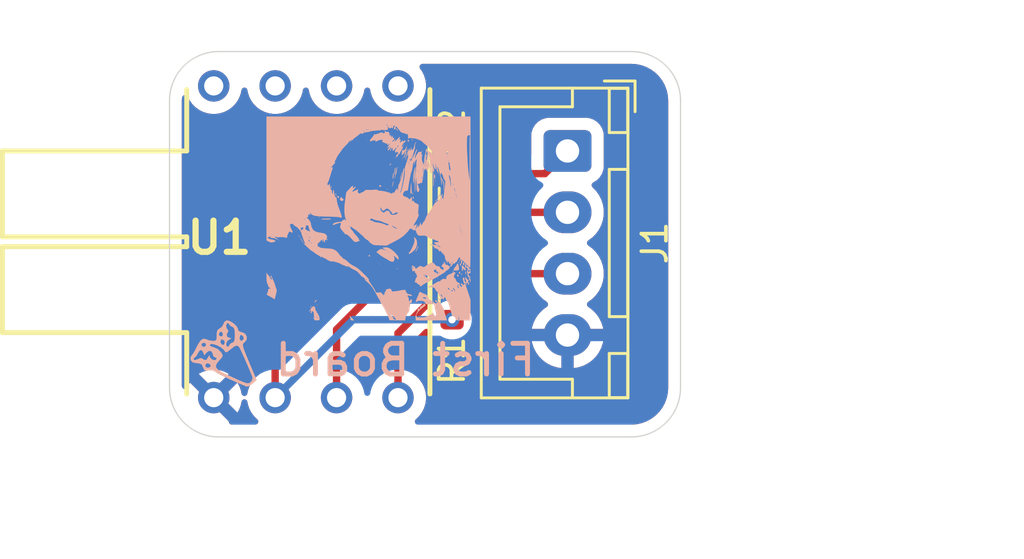
<source format=kicad_pcb>
(kicad_pcb (version 20241229) (generator "pcbnew") (generator_version "9.0")
  (layers (0 "F.Cu" signal) (2 "B.Cu" signal) (13 "F.Paste" user) (15 "B.Paste" user) (5 "F.SilkS" user "F.Silkscreen") (7 "B.SilkS" user "B.Silkscreen") (1 "F.Mask" user) (3 "B.Mask" user) (25 "Edge.Cuts" user))
  (net 0 "")
  (net 1 "/I2C_SDA")
  (net 2 "GND")
  (net 3 "/I2C_SCL")
  (net 8 "+3.3V")
  (footprint "SDM_MiscFootprint:4525DO-DS...P" (layer "F.Cu") (at 100.7 105.8)
    (property "Reference" "U1" (at 1.329 1.785 0) (layer "F.SilkS") (effects (font (size 1.27 1.27) (thickness 0.254))))
    (property "Value" "4525DO-DS5AI001DP" (hide yes))
    (pad "1" thru_hole circle (at 1.1 8.3) (size 1.28 1.28) (drill 0.78) (layers "*.Cu" "*.Mask") (net 2 "GND"))
    (pad "2" thru_hole circle (at 3.6 8.3) (size 1.28 1.28) (drill 0.78) (layers "*.Cu" "*.Mask") (net 8 "+3.3V"))
    (pad "3" thru_hole circle (at 6.1 8.3) (size 1.28 1.28) (drill 0.78) (layers "*.Cu" "*.Mask") (net 1 "/I2C_SDA"))
    (pad "4" thru_hole circle (at 8.6 8.3) (size 1.28 1.28) (drill 0.78) (layers "*.Cu" "*.Mask") (net 3 "/I2C_SCL"))
    (pad "5" thru_hole circle (at 8.6 -4.4) (size 1.28 1.28) (drill 0.78) (layers "*.Cu" "*.Mask"))
    (pad "6" thru_hole circle (at 6.1 -4.4) (size 1.28 1.28) (drill 0.78) (layers "*.Cu" "*.Mask"))
    (pad "7" thru_hole circle (at 3.6 -4.4) (size 1.28 1.28) (drill 0.78) (layers "*.Cu" "*.Mask"))
    (pad "8" thru_hole circle (at 1.1 -4.4) (size 1.28 1.28) (drill 0.78) (layers "*.Cu" "*.Mask"))
  )
  (footprint "Resistor_SMD:R_0603_1608Metric" (layer "F.Cu") (at 111.5 105.8 90)
    (property "Reference" "R2" (at 2.5 0 90) (layer "F.SilkS"))
    (property "Value" "2.2k")
    (pad "1" smd roundrect (at -0.825 0 90) (size 0.8 0.95) (layers "F.Cu" "F.Mask" "F.Paste") (net 1 "/I2C_SDA"))
    (pad "2" smd roundrect (at 0.825 0 90) (size 0.8 0.95) (layers "F.Cu" "F.Mask" "F.Paste") (net 8 "+3.3V"))
  )
  (footprint "Connector_JST:JST_XH_B4B-XH-A_1x04_P2.50mm_Vertical" (layer "F.Cu") (at 116.2 104.05 -90)
    (property "Reference" "J1" (at 3.75 -3.55 90) (layer "F.SilkS"))
    (property "Value" "Conn_01x04_Socket")
    (pad "1" thru_hole roundrect (at 0 0 270) (size 1.7 1.95) (drill 0.95) (layers "*.Cu" "*.Mask") (roundrect_rratio 0.147059) (net 8 "+3.3V"))
    (pad "2" thru_hole oval (at 2.5 0 270) (size 1.7 1.95) (drill 0.95) (layers "*.Cu" "*.Mask") (net 1 "/I2C_SDA"))
    (pad "3" thru_hole oval (at 5 0 270) (size 1.7 1.95) (drill 0.95) (layers "*.Cu" "*.Mask") (net 3 "/I2C_SCL"))
    (pad "4" thru_hole oval (at 7.5 0 270) (size 1.7 1.95) (drill 0.95) (layers "*.Cu" "*.Mask") (net 2 "GND"))
  )
  (footprint "Resistor_SMD:R_0603_1608Metric" (layer "F.Cu") (at 111.5 110.1 -90)
    (property "Reference" "R1" (at 2.5 0 90) (layer "F.SilkS"))
    (property "Value" "2.2k")
    (pad "1" smd roundrect (at -0.825 0 270) (size 0.8 0.95) (layers "F.Cu" "F.Mask" "F.Paste") (net 3 "/I2C_SCL"))
    (pad "2" smd roundrect (at 0.825 0 270) (size 0.8 0.95) (layers "F.Cu" "F.Mask" "F.Paste") (net 8 "+3.3V"))
  )
  (footprint "LOGO" (layer "B.Cu") (at 108.1 106.8 180)
    (property "Reference" "G***" (hide yes))
    (property "Value" "LOGO" (hide yes))
  )
  (footprint "LOGO" (layer "B.Cu") (at 102.267178 113.272155 180)
    (property "Reference" "G***" (hide yes))
    (property "Value" "LOGO" (hide yes))
  )
  (gr_line (start 100 113.7) (end 100 102) (stroke (width 0.05)) (layer "Edge.Cuts"))
  (gr_line (start 102 100) (end 118.8 100) (stroke (width 0.05)) (layer "Edge.Cuts"))
  (gr_arc (start 118.8 100) (mid 120.214214 100.585786) (end 120.8 102) (stroke (width 0.05)) (layer "Edge.Cuts"))
  (gr_arc (start 102 115.7) (mid 100.585786 115.114214) (end 100 113.7) (stroke (width 0.05)) (layer "Edge.Cuts"))
  (gr_arc (start 100 102) (mid 100.585786 100.585786) (end 102 100) (stroke (width 0.05)) (layer "Edge.Cuts"))
  (gr_arc (start 120.8 113.7) (mid 120.214214 115.114214) (end 118.8 115.7) (stroke (width 0.05)) (layer "Edge.Cuts"))
  (gr_line (start 118.8 115.7) (end 102 115.7) (stroke (width 0.05)) (layer "Edge.Cuts"))
  (gr_line (start 120.8 102) (end 120.8 113.7) (stroke (width 0.05)) (layer "Edge.Cuts"))
  (gr_text "First Board" (at 115 113.3 0) (layer "B.SilkS") (effects (font (size 1.25 1.25) (thickness 0.2) (bold yes)) (justify left bottom mirror)))
  (segment (start 116.2 106.55) (end 111.575 106.55) (width 0.3) (layer "F.Cu") (net 1))
  (segment (start 111.575 106.55) (end 111.5 106.625) (width 0.3) (layer "F.Cu") (net 1))
  (segment (start 106.8 114.1) (end 106.8 111.325) (width 0.3) (layer "F.Cu") (net 1))
  (segment (start 106.8 111.325) (end 111.5 106.625) (width 0.3) (layer "F.Cu") (net 1))
  (segment (start 111.725 109.05) (end 111.5 109.275) (width 0.3) (layer "F.Cu") (net 3))
  (segment (start 109.3 114.1) (end 109.3 111.475) (width 0.3) (layer "F.Cu") (net 3))
  (segment (start 109.3 111.475) (end 111.5 109.275) (width 0.3) (layer "F.Cu") (net 3))
  (segment (start 116.2 109.05) (end 111.725 109.05) (width 0.3) (layer "F.Cu") (net 3))
  (segment (start 111.5 104.975) (end 104.3 112.175) (width 0.3) (layer "F.Cu") (net 8))
  (segment (start 111.5 104.975) (end 115.275 104.975) (width 0.3) (layer "F.Cu") (net 8))
  (segment (start 111.5 110.925) (end 111.5 111) (width 0.3) (layer "F.Cu") (net 8))
  (segment (start 104.3 112.175) (end 104.3 114.1) (width 0.3) (layer "F.Cu") (net 8))
  (segment (start 115.275 104.975) (end 116.2 104.05) (width 0.3) (layer "F.Cu") (net 8))
  (via (at 111.5 110.925) (size 0.6) (drill 0.3) (layers "F.Cu" "B.Cu") (net 8))
  (segment (start 107.475 110.925) (end 104.3 114.1) (width 0.3) (layer "B.Cu") (net 8))
  (segment (start 111.5 110.925) (end 107.475 110.925) (width 0.3) (layer "B.Cu") (net 8))
  (zone (net 2) (net_name "GND") (layers "F.Cu" "B.Cu") (connect_pads (clearance 0.5)) (min_thickness 0.25) (fill yes (thermal_gap 0.5) (thermal_bridge_width 0.5))
    (polygon (pts (xy 95.5 97.9) (xy 134.8 97.9) (xy 133.2 120.7) (xy 95.5 120.2)))
  )
)
</source>
